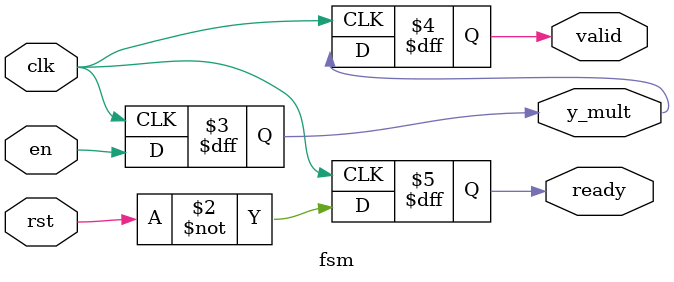
<source format=v>
`timescale 1ns / 1ps


module fsm(
input clk, rst, en,
output reg y_mult,
output reg valid,
output reg ready
);

always @(posedge clk) begin
    ready <= ~rst;
    y_mult <= en;
    valid  <= y_mult;
end

endmodule











</source>
